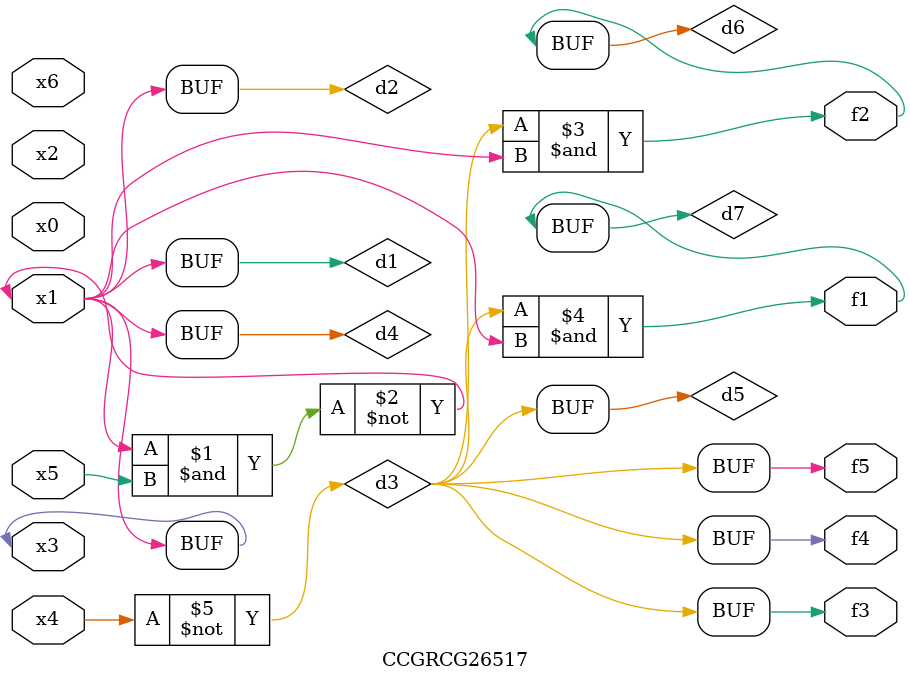
<source format=v>
module CCGRCG26517(
	input x0, x1, x2, x3, x4, x5, x6,
	output f1, f2, f3, f4, f5
);

	wire d1, d2, d3, d4, d5, d6, d7;

	buf (d1, x1, x3);
	nand (d2, x1, x5);
	not (d3, x4);
	buf (d4, d1, d2);
	buf (d5, d3);
	and (d6, d3, d4);
	and (d7, d3, d4);
	assign f1 = d7;
	assign f2 = d6;
	assign f3 = d5;
	assign f4 = d5;
	assign f5 = d5;
endmodule

</source>
